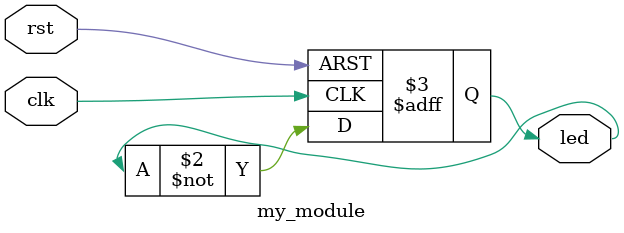
<source format=sv>
module my_module (
    input logic clk,
    input logic rst,
    output logic led
);
    always_ff @(posedge clk or posedge rst) begin
        if (rst)
            led <= 0;
        else
            led <= ~led;
    end
endmodule

</source>
